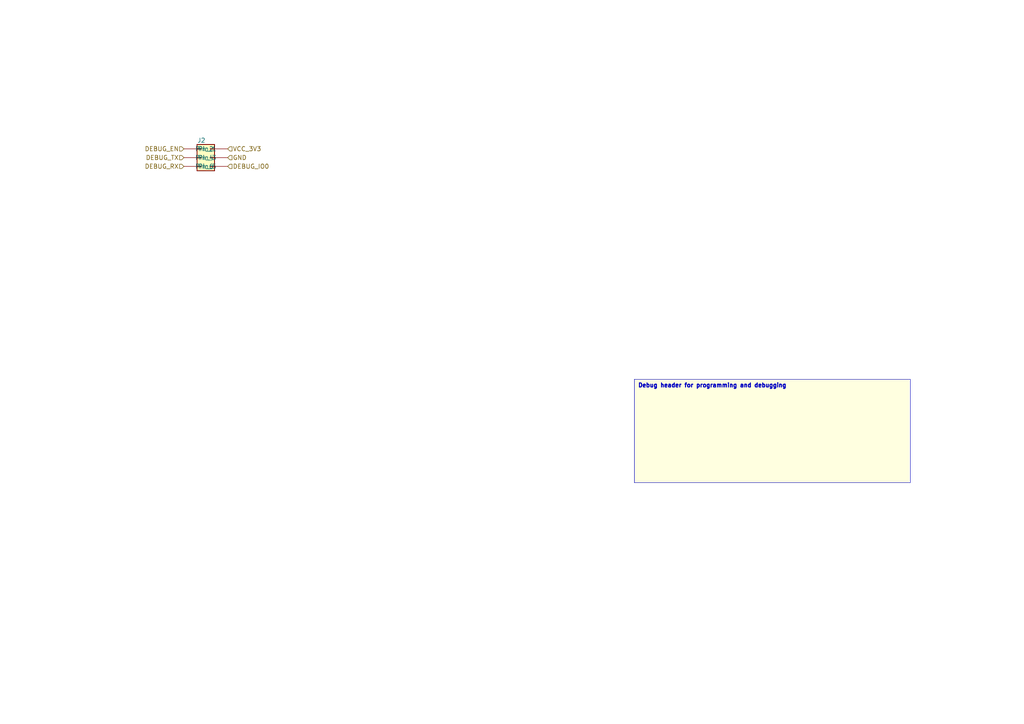
<source format=kicad_sch>
(kicad_sch (version 20250114) (generator "kicad_api") (generator_version 9.0)
  (paper A4)
  (paper A4)
  (lib_symbols
    (symbol "Connector_Generic:Conn_02x03_Odd_Even" (pin_numbers hide) (pin_names (offset 0.254))
      (property "Reference" "J" (at 0.0 0.0 0))
      (property "Value" "Conn_02x03_Odd_Even" (at 0.0 0.0 0))
      (symbol "Conn_02x03_Odd_Even_0_1"
        (rectangle (start -1.27 3.81) (end 3.81 -3.81) (stroke (width 0.254)) (fill (type background)))
        (rectangle (start -1.27 2.667) (end 0.0 2.413) (stroke (width 0.1524)))
        (rectangle (start -1.27 0.127) (end 0.0 -0.127) (stroke (width 0.1524)))
        (rectangle (start -1.27 -2.413) (end 0.0 -2.667) (stroke (width 0.1524)))
        (rectangle (start 3.81 2.667) (end 2.54 2.413) (stroke (width 0.1524)))
        (rectangle (start 3.81 0.127) (end 2.54 -0.127) (stroke (width 0.1524)))
        (rectangle (start 3.81 -2.413) (end 2.54 -2.667) (stroke (width 0.1524)))
      )
      (symbol "Conn_02x03_Odd_Even_1_1"
        (pin passive line (at -5.08 2.54 0) (length 3.81) (name Pin_1) (number "1"))
        (pin passive line (at -5.08 0.0 0) (length 3.81) (name Pin_3) (number "3"))
        (pin passive line (at -5.08 -2.54 0) (length 3.81) (name Pin_5) (number "5"))
        (pin passive line (at 7.62 2.54 180) (length 3.81) (name Pin_2) (number "2"))
        (pin passive line (at 7.62 0.0 180) (length 3.81) (name Pin_4) (number "4"))
        (pin passive line (at 7.62 -2.54 180) (length 3.81) (name Pin_6) (number "6"))
      )
    )
  )
  (title_block (title Debug_Header) (date 2025-08-01) (company Circuit-Synth))
  (symbol (lib_id Connector_Generic:Conn_02x03_Odd_Even) (at 58.42 45.72 0)
    (property "Reference" "J2" (at 58.42 40.72 0))
    (property "Footprint" "Connector_IDC:IDC-Header_2x03_P2.54mm_Vertical" (effects (hide yes)))
    (instances (project "circuit" (path "" (reference J2) (unit 1))) (project "ESP32_C6_Dev_Board" (path "" (reference J2) (unit 1))))
  )
  (hierarchical_label DEBUG_EN (shape input) (at 53.34 43.18 180))
  (hierarchical_label DEBUG_TX (shape input) (at 53.34 45.72 180))
  (hierarchical_label DEBUG_RX (shape input) (at 53.34 48.26 180))
  (hierarchical_label VCC_3V3 (shape input) (at 66.04 43.18 0))
  (hierarchical_label GND (shape input) (at 66.04 45.72 0))
  (hierarchical_label DEBUG_IO0 (shape input) (at 66.04 48.26 0))
  (text_box "Debug header for programming and debugging" (exclude_from_sim yes) (at 184.0 110.0 0) (size 80.0 30.0) (margins 1.0 1.0 1.0 1.0) (stroke (width 0.1)) (fill (type color) (color 255 255 224 1)) (effects (font (size 1.2 1.2) (thickness 0.254)) (justify left top)))
  (text_box "Debug header for programming and debugging" (exclude_from_sim yes) (at 184.0 110.0 0) (size 80.0 30.0) (margins 1.0 1.0 1.0 1.0) (stroke (width 0.1)) (fill (type color) (color 255 255 224 1)) (effects (font (size 1.2 1.2) (thickness 0.254)) (justify left top)))
)
</source>
